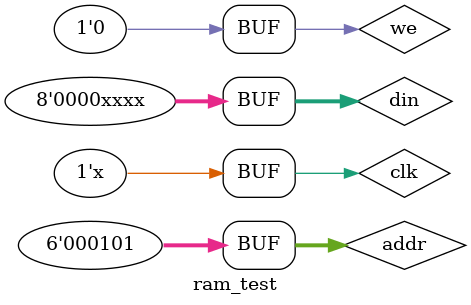
<source format=v>
`timescale 1ns / 1ps


module ram_test;

	// Inputs
	reg clk;
	reg we;
	reg [5:0] addr;
	reg [7:0] din;

	// Outputs
	wire [7:0] dout;

	// Instantiate the Unit Under Test (UUT)
	rammod uut (
		.clk(clk), 
		.we(we), 
		.addr(addr), 
		.din(din), 
		.dout(dout)
	);

	initial begin
		// Initialize Inputs
		clk = 0;
		we = 0;
		addr = 0;
		din = 0;

		// Wait 100 ns for global reset to finish
		#100;
        
		we=1'b1;
		
		#10 addr=5'b00001;din=4'b0001;
		#10 addr=5'b00010;din=4'b0010;
		#10 addr=5'b00011;din=4'b0011;
		#10 addr=5'b00100;din=4'b0100;
		#10 addr=5'b00101;din=4'b0101;
		#10 addr=5'bxxxxx;din=4'bxxxx;

		#10 we=1'b0;

		#10 addr=5'b00001;
		#10 addr=5'b00010;
		#10 addr=5'b00011;
		#10 addr=5'b00100;
		#10 addr=5'b00101;
	
	end always #10 clk = ~clk;
      
endmodule


</source>
